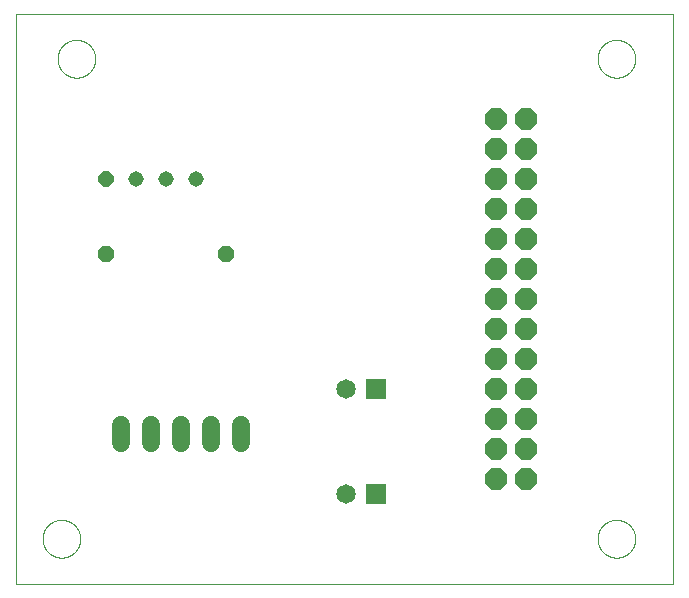
<source format=gbl>
G75*
%MOIN*%
%OFA0B0*%
%FSLAX25Y25*%
%IPPOS*%
%LPD*%
%AMOC8*
5,1,8,0,0,1.08239X$1,22.5*
%
%ADD10C,0.00000*%
%ADD11OC8,0.05150*%
%ADD12C,0.05150*%
%ADD13OC8,0.07400*%
%ADD14R,0.06500X0.06500*%
%ADD15C,0.06500*%
%ADD16OC8,0.05200*%
%ADD17C,0.06000*%
D10*
X0001000Y0001000D02*
X0001000Y0190961D01*
X0219701Y0190961D01*
X0219701Y0001000D01*
X0001000Y0001000D01*
X0009701Y0016000D02*
X0009703Y0016158D01*
X0009709Y0016316D01*
X0009719Y0016474D01*
X0009733Y0016632D01*
X0009751Y0016789D01*
X0009772Y0016946D01*
X0009798Y0017102D01*
X0009828Y0017258D01*
X0009861Y0017413D01*
X0009899Y0017566D01*
X0009940Y0017719D01*
X0009985Y0017871D01*
X0010034Y0018022D01*
X0010087Y0018171D01*
X0010143Y0018319D01*
X0010203Y0018465D01*
X0010267Y0018610D01*
X0010335Y0018753D01*
X0010406Y0018895D01*
X0010480Y0019035D01*
X0010558Y0019172D01*
X0010640Y0019308D01*
X0010724Y0019442D01*
X0010813Y0019573D01*
X0010904Y0019702D01*
X0010999Y0019829D01*
X0011096Y0019954D01*
X0011197Y0020076D01*
X0011301Y0020195D01*
X0011408Y0020312D01*
X0011518Y0020426D01*
X0011631Y0020537D01*
X0011746Y0020646D01*
X0011864Y0020751D01*
X0011985Y0020853D01*
X0012108Y0020953D01*
X0012234Y0021049D01*
X0012362Y0021142D01*
X0012492Y0021232D01*
X0012625Y0021318D01*
X0012760Y0021402D01*
X0012896Y0021481D01*
X0013035Y0021558D01*
X0013176Y0021630D01*
X0013318Y0021700D01*
X0013462Y0021765D01*
X0013608Y0021827D01*
X0013755Y0021885D01*
X0013904Y0021940D01*
X0014054Y0021991D01*
X0014205Y0022038D01*
X0014357Y0022081D01*
X0014510Y0022120D01*
X0014665Y0022156D01*
X0014820Y0022187D01*
X0014976Y0022215D01*
X0015132Y0022239D01*
X0015289Y0022259D01*
X0015447Y0022275D01*
X0015604Y0022287D01*
X0015763Y0022295D01*
X0015921Y0022299D01*
X0016079Y0022299D01*
X0016237Y0022295D01*
X0016396Y0022287D01*
X0016553Y0022275D01*
X0016711Y0022259D01*
X0016868Y0022239D01*
X0017024Y0022215D01*
X0017180Y0022187D01*
X0017335Y0022156D01*
X0017490Y0022120D01*
X0017643Y0022081D01*
X0017795Y0022038D01*
X0017946Y0021991D01*
X0018096Y0021940D01*
X0018245Y0021885D01*
X0018392Y0021827D01*
X0018538Y0021765D01*
X0018682Y0021700D01*
X0018824Y0021630D01*
X0018965Y0021558D01*
X0019104Y0021481D01*
X0019240Y0021402D01*
X0019375Y0021318D01*
X0019508Y0021232D01*
X0019638Y0021142D01*
X0019766Y0021049D01*
X0019892Y0020953D01*
X0020015Y0020853D01*
X0020136Y0020751D01*
X0020254Y0020646D01*
X0020369Y0020537D01*
X0020482Y0020426D01*
X0020592Y0020312D01*
X0020699Y0020195D01*
X0020803Y0020076D01*
X0020904Y0019954D01*
X0021001Y0019829D01*
X0021096Y0019702D01*
X0021187Y0019573D01*
X0021276Y0019442D01*
X0021360Y0019308D01*
X0021442Y0019172D01*
X0021520Y0019035D01*
X0021594Y0018895D01*
X0021665Y0018753D01*
X0021733Y0018610D01*
X0021797Y0018465D01*
X0021857Y0018319D01*
X0021913Y0018171D01*
X0021966Y0018022D01*
X0022015Y0017871D01*
X0022060Y0017719D01*
X0022101Y0017566D01*
X0022139Y0017413D01*
X0022172Y0017258D01*
X0022202Y0017102D01*
X0022228Y0016946D01*
X0022249Y0016789D01*
X0022267Y0016632D01*
X0022281Y0016474D01*
X0022291Y0016316D01*
X0022297Y0016158D01*
X0022299Y0016000D01*
X0022297Y0015842D01*
X0022291Y0015684D01*
X0022281Y0015526D01*
X0022267Y0015368D01*
X0022249Y0015211D01*
X0022228Y0015054D01*
X0022202Y0014898D01*
X0022172Y0014742D01*
X0022139Y0014587D01*
X0022101Y0014434D01*
X0022060Y0014281D01*
X0022015Y0014129D01*
X0021966Y0013978D01*
X0021913Y0013829D01*
X0021857Y0013681D01*
X0021797Y0013535D01*
X0021733Y0013390D01*
X0021665Y0013247D01*
X0021594Y0013105D01*
X0021520Y0012965D01*
X0021442Y0012828D01*
X0021360Y0012692D01*
X0021276Y0012558D01*
X0021187Y0012427D01*
X0021096Y0012298D01*
X0021001Y0012171D01*
X0020904Y0012046D01*
X0020803Y0011924D01*
X0020699Y0011805D01*
X0020592Y0011688D01*
X0020482Y0011574D01*
X0020369Y0011463D01*
X0020254Y0011354D01*
X0020136Y0011249D01*
X0020015Y0011147D01*
X0019892Y0011047D01*
X0019766Y0010951D01*
X0019638Y0010858D01*
X0019508Y0010768D01*
X0019375Y0010682D01*
X0019240Y0010598D01*
X0019104Y0010519D01*
X0018965Y0010442D01*
X0018824Y0010370D01*
X0018682Y0010300D01*
X0018538Y0010235D01*
X0018392Y0010173D01*
X0018245Y0010115D01*
X0018096Y0010060D01*
X0017946Y0010009D01*
X0017795Y0009962D01*
X0017643Y0009919D01*
X0017490Y0009880D01*
X0017335Y0009844D01*
X0017180Y0009813D01*
X0017024Y0009785D01*
X0016868Y0009761D01*
X0016711Y0009741D01*
X0016553Y0009725D01*
X0016396Y0009713D01*
X0016237Y0009705D01*
X0016079Y0009701D01*
X0015921Y0009701D01*
X0015763Y0009705D01*
X0015604Y0009713D01*
X0015447Y0009725D01*
X0015289Y0009741D01*
X0015132Y0009761D01*
X0014976Y0009785D01*
X0014820Y0009813D01*
X0014665Y0009844D01*
X0014510Y0009880D01*
X0014357Y0009919D01*
X0014205Y0009962D01*
X0014054Y0010009D01*
X0013904Y0010060D01*
X0013755Y0010115D01*
X0013608Y0010173D01*
X0013462Y0010235D01*
X0013318Y0010300D01*
X0013176Y0010370D01*
X0013035Y0010442D01*
X0012896Y0010519D01*
X0012760Y0010598D01*
X0012625Y0010682D01*
X0012492Y0010768D01*
X0012362Y0010858D01*
X0012234Y0010951D01*
X0012108Y0011047D01*
X0011985Y0011147D01*
X0011864Y0011249D01*
X0011746Y0011354D01*
X0011631Y0011463D01*
X0011518Y0011574D01*
X0011408Y0011688D01*
X0011301Y0011805D01*
X0011197Y0011924D01*
X0011096Y0012046D01*
X0010999Y0012171D01*
X0010904Y0012298D01*
X0010813Y0012427D01*
X0010724Y0012558D01*
X0010640Y0012692D01*
X0010558Y0012828D01*
X0010480Y0012965D01*
X0010406Y0013105D01*
X0010335Y0013247D01*
X0010267Y0013390D01*
X0010203Y0013535D01*
X0010143Y0013681D01*
X0010087Y0013829D01*
X0010034Y0013978D01*
X0009985Y0014129D01*
X0009940Y0014281D01*
X0009899Y0014434D01*
X0009861Y0014587D01*
X0009828Y0014742D01*
X0009798Y0014898D01*
X0009772Y0015054D01*
X0009751Y0015211D01*
X0009733Y0015368D01*
X0009719Y0015526D01*
X0009709Y0015684D01*
X0009703Y0015842D01*
X0009701Y0016000D01*
X0014701Y0176000D02*
X0014703Y0176158D01*
X0014709Y0176316D01*
X0014719Y0176474D01*
X0014733Y0176632D01*
X0014751Y0176789D01*
X0014772Y0176946D01*
X0014798Y0177102D01*
X0014828Y0177258D01*
X0014861Y0177413D01*
X0014899Y0177566D01*
X0014940Y0177719D01*
X0014985Y0177871D01*
X0015034Y0178022D01*
X0015087Y0178171D01*
X0015143Y0178319D01*
X0015203Y0178465D01*
X0015267Y0178610D01*
X0015335Y0178753D01*
X0015406Y0178895D01*
X0015480Y0179035D01*
X0015558Y0179172D01*
X0015640Y0179308D01*
X0015724Y0179442D01*
X0015813Y0179573D01*
X0015904Y0179702D01*
X0015999Y0179829D01*
X0016096Y0179954D01*
X0016197Y0180076D01*
X0016301Y0180195D01*
X0016408Y0180312D01*
X0016518Y0180426D01*
X0016631Y0180537D01*
X0016746Y0180646D01*
X0016864Y0180751D01*
X0016985Y0180853D01*
X0017108Y0180953D01*
X0017234Y0181049D01*
X0017362Y0181142D01*
X0017492Y0181232D01*
X0017625Y0181318D01*
X0017760Y0181402D01*
X0017896Y0181481D01*
X0018035Y0181558D01*
X0018176Y0181630D01*
X0018318Y0181700D01*
X0018462Y0181765D01*
X0018608Y0181827D01*
X0018755Y0181885D01*
X0018904Y0181940D01*
X0019054Y0181991D01*
X0019205Y0182038D01*
X0019357Y0182081D01*
X0019510Y0182120D01*
X0019665Y0182156D01*
X0019820Y0182187D01*
X0019976Y0182215D01*
X0020132Y0182239D01*
X0020289Y0182259D01*
X0020447Y0182275D01*
X0020604Y0182287D01*
X0020763Y0182295D01*
X0020921Y0182299D01*
X0021079Y0182299D01*
X0021237Y0182295D01*
X0021396Y0182287D01*
X0021553Y0182275D01*
X0021711Y0182259D01*
X0021868Y0182239D01*
X0022024Y0182215D01*
X0022180Y0182187D01*
X0022335Y0182156D01*
X0022490Y0182120D01*
X0022643Y0182081D01*
X0022795Y0182038D01*
X0022946Y0181991D01*
X0023096Y0181940D01*
X0023245Y0181885D01*
X0023392Y0181827D01*
X0023538Y0181765D01*
X0023682Y0181700D01*
X0023824Y0181630D01*
X0023965Y0181558D01*
X0024104Y0181481D01*
X0024240Y0181402D01*
X0024375Y0181318D01*
X0024508Y0181232D01*
X0024638Y0181142D01*
X0024766Y0181049D01*
X0024892Y0180953D01*
X0025015Y0180853D01*
X0025136Y0180751D01*
X0025254Y0180646D01*
X0025369Y0180537D01*
X0025482Y0180426D01*
X0025592Y0180312D01*
X0025699Y0180195D01*
X0025803Y0180076D01*
X0025904Y0179954D01*
X0026001Y0179829D01*
X0026096Y0179702D01*
X0026187Y0179573D01*
X0026276Y0179442D01*
X0026360Y0179308D01*
X0026442Y0179172D01*
X0026520Y0179035D01*
X0026594Y0178895D01*
X0026665Y0178753D01*
X0026733Y0178610D01*
X0026797Y0178465D01*
X0026857Y0178319D01*
X0026913Y0178171D01*
X0026966Y0178022D01*
X0027015Y0177871D01*
X0027060Y0177719D01*
X0027101Y0177566D01*
X0027139Y0177413D01*
X0027172Y0177258D01*
X0027202Y0177102D01*
X0027228Y0176946D01*
X0027249Y0176789D01*
X0027267Y0176632D01*
X0027281Y0176474D01*
X0027291Y0176316D01*
X0027297Y0176158D01*
X0027299Y0176000D01*
X0027297Y0175842D01*
X0027291Y0175684D01*
X0027281Y0175526D01*
X0027267Y0175368D01*
X0027249Y0175211D01*
X0027228Y0175054D01*
X0027202Y0174898D01*
X0027172Y0174742D01*
X0027139Y0174587D01*
X0027101Y0174434D01*
X0027060Y0174281D01*
X0027015Y0174129D01*
X0026966Y0173978D01*
X0026913Y0173829D01*
X0026857Y0173681D01*
X0026797Y0173535D01*
X0026733Y0173390D01*
X0026665Y0173247D01*
X0026594Y0173105D01*
X0026520Y0172965D01*
X0026442Y0172828D01*
X0026360Y0172692D01*
X0026276Y0172558D01*
X0026187Y0172427D01*
X0026096Y0172298D01*
X0026001Y0172171D01*
X0025904Y0172046D01*
X0025803Y0171924D01*
X0025699Y0171805D01*
X0025592Y0171688D01*
X0025482Y0171574D01*
X0025369Y0171463D01*
X0025254Y0171354D01*
X0025136Y0171249D01*
X0025015Y0171147D01*
X0024892Y0171047D01*
X0024766Y0170951D01*
X0024638Y0170858D01*
X0024508Y0170768D01*
X0024375Y0170682D01*
X0024240Y0170598D01*
X0024104Y0170519D01*
X0023965Y0170442D01*
X0023824Y0170370D01*
X0023682Y0170300D01*
X0023538Y0170235D01*
X0023392Y0170173D01*
X0023245Y0170115D01*
X0023096Y0170060D01*
X0022946Y0170009D01*
X0022795Y0169962D01*
X0022643Y0169919D01*
X0022490Y0169880D01*
X0022335Y0169844D01*
X0022180Y0169813D01*
X0022024Y0169785D01*
X0021868Y0169761D01*
X0021711Y0169741D01*
X0021553Y0169725D01*
X0021396Y0169713D01*
X0021237Y0169705D01*
X0021079Y0169701D01*
X0020921Y0169701D01*
X0020763Y0169705D01*
X0020604Y0169713D01*
X0020447Y0169725D01*
X0020289Y0169741D01*
X0020132Y0169761D01*
X0019976Y0169785D01*
X0019820Y0169813D01*
X0019665Y0169844D01*
X0019510Y0169880D01*
X0019357Y0169919D01*
X0019205Y0169962D01*
X0019054Y0170009D01*
X0018904Y0170060D01*
X0018755Y0170115D01*
X0018608Y0170173D01*
X0018462Y0170235D01*
X0018318Y0170300D01*
X0018176Y0170370D01*
X0018035Y0170442D01*
X0017896Y0170519D01*
X0017760Y0170598D01*
X0017625Y0170682D01*
X0017492Y0170768D01*
X0017362Y0170858D01*
X0017234Y0170951D01*
X0017108Y0171047D01*
X0016985Y0171147D01*
X0016864Y0171249D01*
X0016746Y0171354D01*
X0016631Y0171463D01*
X0016518Y0171574D01*
X0016408Y0171688D01*
X0016301Y0171805D01*
X0016197Y0171924D01*
X0016096Y0172046D01*
X0015999Y0172171D01*
X0015904Y0172298D01*
X0015813Y0172427D01*
X0015724Y0172558D01*
X0015640Y0172692D01*
X0015558Y0172828D01*
X0015480Y0172965D01*
X0015406Y0173105D01*
X0015335Y0173247D01*
X0015267Y0173390D01*
X0015203Y0173535D01*
X0015143Y0173681D01*
X0015087Y0173829D01*
X0015034Y0173978D01*
X0014985Y0174129D01*
X0014940Y0174281D01*
X0014899Y0174434D01*
X0014861Y0174587D01*
X0014828Y0174742D01*
X0014798Y0174898D01*
X0014772Y0175054D01*
X0014751Y0175211D01*
X0014733Y0175368D01*
X0014719Y0175526D01*
X0014709Y0175684D01*
X0014703Y0175842D01*
X0014701Y0176000D01*
X0194701Y0176000D02*
X0194703Y0176158D01*
X0194709Y0176316D01*
X0194719Y0176474D01*
X0194733Y0176632D01*
X0194751Y0176789D01*
X0194772Y0176946D01*
X0194798Y0177102D01*
X0194828Y0177258D01*
X0194861Y0177413D01*
X0194899Y0177566D01*
X0194940Y0177719D01*
X0194985Y0177871D01*
X0195034Y0178022D01*
X0195087Y0178171D01*
X0195143Y0178319D01*
X0195203Y0178465D01*
X0195267Y0178610D01*
X0195335Y0178753D01*
X0195406Y0178895D01*
X0195480Y0179035D01*
X0195558Y0179172D01*
X0195640Y0179308D01*
X0195724Y0179442D01*
X0195813Y0179573D01*
X0195904Y0179702D01*
X0195999Y0179829D01*
X0196096Y0179954D01*
X0196197Y0180076D01*
X0196301Y0180195D01*
X0196408Y0180312D01*
X0196518Y0180426D01*
X0196631Y0180537D01*
X0196746Y0180646D01*
X0196864Y0180751D01*
X0196985Y0180853D01*
X0197108Y0180953D01*
X0197234Y0181049D01*
X0197362Y0181142D01*
X0197492Y0181232D01*
X0197625Y0181318D01*
X0197760Y0181402D01*
X0197896Y0181481D01*
X0198035Y0181558D01*
X0198176Y0181630D01*
X0198318Y0181700D01*
X0198462Y0181765D01*
X0198608Y0181827D01*
X0198755Y0181885D01*
X0198904Y0181940D01*
X0199054Y0181991D01*
X0199205Y0182038D01*
X0199357Y0182081D01*
X0199510Y0182120D01*
X0199665Y0182156D01*
X0199820Y0182187D01*
X0199976Y0182215D01*
X0200132Y0182239D01*
X0200289Y0182259D01*
X0200447Y0182275D01*
X0200604Y0182287D01*
X0200763Y0182295D01*
X0200921Y0182299D01*
X0201079Y0182299D01*
X0201237Y0182295D01*
X0201396Y0182287D01*
X0201553Y0182275D01*
X0201711Y0182259D01*
X0201868Y0182239D01*
X0202024Y0182215D01*
X0202180Y0182187D01*
X0202335Y0182156D01*
X0202490Y0182120D01*
X0202643Y0182081D01*
X0202795Y0182038D01*
X0202946Y0181991D01*
X0203096Y0181940D01*
X0203245Y0181885D01*
X0203392Y0181827D01*
X0203538Y0181765D01*
X0203682Y0181700D01*
X0203824Y0181630D01*
X0203965Y0181558D01*
X0204104Y0181481D01*
X0204240Y0181402D01*
X0204375Y0181318D01*
X0204508Y0181232D01*
X0204638Y0181142D01*
X0204766Y0181049D01*
X0204892Y0180953D01*
X0205015Y0180853D01*
X0205136Y0180751D01*
X0205254Y0180646D01*
X0205369Y0180537D01*
X0205482Y0180426D01*
X0205592Y0180312D01*
X0205699Y0180195D01*
X0205803Y0180076D01*
X0205904Y0179954D01*
X0206001Y0179829D01*
X0206096Y0179702D01*
X0206187Y0179573D01*
X0206276Y0179442D01*
X0206360Y0179308D01*
X0206442Y0179172D01*
X0206520Y0179035D01*
X0206594Y0178895D01*
X0206665Y0178753D01*
X0206733Y0178610D01*
X0206797Y0178465D01*
X0206857Y0178319D01*
X0206913Y0178171D01*
X0206966Y0178022D01*
X0207015Y0177871D01*
X0207060Y0177719D01*
X0207101Y0177566D01*
X0207139Y0177413D01*
X0207172Y0177258D01*
X0207202Y0177102D01*
X0207228Y0176946D01*
X0207249Y0176789D01*
X0207267Y0176632D01*
X0207281Y0176474D01*
X0207291Y0176316D01*
X0207297Y0176158D01*
X0207299Y0176000D01*
X0207297Y0175842D01*
X0207291Y0175684D01*
X0207281Y0175526D01*
X0207267Y0175368D01*
X0207249Y0175211D01*
X0207228Y0175054D01*
X0207202Y0174898D01*
X0207172Y0174742D01*
X0207139Y0174587D01*
X0207101Y0174434D01*
X0207060Y0174281D01*
X0207015Y0174129D01*
X0206966Y0173978D01*
X0206913Y0173829D01*
X0206857Y0173681D01*
X0206797Y0173535D01*
X0206733Y0173390D01*
X0206665Y0173247D01*
X0206594Y0173105D01*
X0206520Y0172965D01*
X0206442Y0172828D01*
X0206360Y0172692D01*
X0206276Y0172558D01*
X0206187Y0172427D01*
X0206096Y0172298D01*
X0206001Y0172171D01*
X0205904Y0172046D01*
X0205803Y0171924D01*
X0205699Y0171805D01*
X0205592Y0171688D01*
X0205482Y0171574D01*
X0205369Y0171463D01*
X0205254Y0171354D01*
X0205136Y0171249D01*
X0205015Y0171147D01*
X0204892Y0171047D01*
X0204766Y0170951D01*
X0204638Y0170858D01*
X0204508Y0170768D01*
X0204375Y0170682D01*
X0204240Y0170598D01*
X0204104Y0170519D01*
X0203965Y0170442D01*
X0203824Y0170370D01*
X0203682Y0170300D01*
X0203538Y0170235D01*
X0203392Y0170173D01*
X0203245Y0170115D01*
X0203096Y0170060D01*
X0202946Y0170009D01*
X0202795Y0169962D01*
X0202643Y0169919D01*
X0202490Y0169880D01*
X0202335Y0169844D01*
X0202180Y0169813D01*
X0202024Y0169785D01*
X0201868Y0169761D01*
X0201711Y0169741D01*
X0201553Y0169725D01*
X0201396Y0169713D01*
X0201237Y0169705D01*
X0201079Y0169701D01*
X0200921Y0169701D01*
X0200763Y0169705D01*
X0200604Y0169713D01*
X0200447Y0169725D01*
X0200289Y0169741D01*
X0200132Y0169761D01*
X0199976Y0169785D01*
X0199820Y0169813D01*
X0199665Y0169844D01*
X0199510Y0169880D01*
X0199357Y0169919D01*
X0199205Y0169962D01*
X0199054Y0170009D01*
X0198904Y0170060D01*
X0198755Y0170115D01*
X0198608Y0170173D01*
X0198462Y0170235D01*
X0198318Y0170300D01*
X0198176Y0170370D01*
X0198035Y0170442D01*
X0197896Y0170519D01*
X0197760Y0170598D01*
X0197625Y0170682D01*
X0197492Y0170768D01*
X0197362Y0170858D01*
X0197234Y0170951D01*
X0197108Y0171047D01*
X0196985Y0171147D01*
X0196864Y0171249D01*
X0196746Y0171354D01*
X0196631Y0171463D01*
X0196518Y0171574D01*
X0196408Y0171688D01*
X0196301Y0171805D01*
X0196197Y0171924D01*
X0196096Y0172046D01*
X0195999Y0172171D01*
X0195904Y0172298D01*
X0195813Y0172427D01*
X0195724Y0172558D01*
X0195640Y0172692D01*
X0195558Y0172828D01*
X0195480Y0172965D01*
X0195406Y0173105D01*
X0195335Y0173247D01*
X0195267Y0173390D01*
X0195203Y0173535D01*
X0195143Y0173681D01*
X0195087Y0173829D01*
X0195034Y0173978D01*
X0194985Y0174129D01*
X0194940Y0174281D01*
X0194899Y0174434D01*
X0194861Y0174587D01*
X0194828Y0174742D01*
X0194798Y0174898D01*
X0194772Y0175054D01*
X0194751Y0175211D01*
X0194733Y0175368D01*
X0194719Y0175526D01*
X0194709Y0175684D01*
X0194703Y0175842D01*
X0194701Y0176000D01*
X0194701Y0016000D02*
X0194703Y0016158D01*
X0194709Y0016316D01*
X0194719Y0016474D01*
X0194733Y0016632D01*
X0194751Y0016789D01*
X0194772Y0016946D01*
X0194798Y0017102D01*
X0194828Y0017258D01*
X0194861Y0017413D01*
X0194899Y0017566D01*
X0194940Y0017719D01*
X0194985Y0017871D01*
X0195034Y0018022D01*
X0195087Y0018171D01*
X0195143Y0018319D01*
X0195203Y0018465D01*
X0195267Y0018610D01*
X0195335Y0018753D01*
X0195406Y0018895D01*
X0195480Y0019035D01*
X0195558Y0019172D01*
X0195640Y0019308D01*
X0195724Y0019442D01*
X0195813Y0019573D01*
X0195904Y0019702D01*
X0195999Y0019829D01*
X0196096Y0019954D01*
X0196197Y0020076D01*
X0196301Y0020195D01*
X0196408Y0020312D01*
X0196518Y0020426D01*
X0196631Y0020537D01*
X0196746Y0020646D01*
X0196864Y0020751D01*
X0196985Y0020853D01*
X0197108Y0020953D01*
X0197234Y0021049D01*
X0197362Y0021142D01*
X0197492Y0021232D01*
X0197625Y0021318D01*
X0197760Y0021402D01*
X0197896Y0021481D01*
X0198035Y0021558D01*
X0198176Y0021630D01*
X0198318Y0021700D01*
X0198462Y0021765D01*
X0198608Y0021827D01*
X0198755Y0021885D01*
X0198904Y0021940D01*
X0199054Y0021991D01*
X0199205Y0022038D01*
X0199357Y0022081D01*
X0199510Y0022120D01*
X0199665Y0022156D01*
X0199820Y0022187D01*
X0199976Y0022215D01*
X0200132Y0022239D01*
X0200289Y0022259D01*
X0200447Y0022275D01*
X0200604Y0022287D01*
X0200763Y0022295D01*
X0200921Y0022299D01*
X0201079Y0022299D01*
X0201237Y0022295D01*
X0201396Y0022287D01*
X0201553Y0022275D01*
X0201711Y0022259D01*
X0201868Y0022239D01*
X0202024Y0022215D01*
X0202180Y0022187D01*
X0202335Y0022156D01*
X0202490Y0022120D01*
X0202643Y0022081D01*
X0202795Y0022038D01*
X0202946Y0021991D01*
X0203096Y0021940D01*
X0203245Y0021885D01*
X0203392Y0021827D01*
X0203538Y0021765D01*
X0203682Y0021700D01*
X0203824Y0021630D01*
X0203965Y0021558D01*
X0204104Y0021481D01*
X0204240Y0021402D01*
X0204375Y0021318D01*
X0204508Y0021232D01*
X0204638Y0021142D01*
X0204766Y0021049D01*
X0204892Y0020953D01*
X0205015Y0020853D01*
X0205136Y0020751D01*
X0205254Y0020646D01*
X0205369Y0020537D01*
X0205482Y0020426D01*
X0205592Y0020312D01*
X0205699Y0020195D01*
X0205803Y0020076D01*
X0205904Y0019954D01*
X0206001Y0019829D01*
X0206096Y0019702D01*
X0206187Y0019573D01*
X0206276Y0019442D01*
X0206360Y0019308D01*
X0206442Y0019172D01*
X0206520Y0019035D01*
X0206594Y0018895D01*
X0206665Y0018753D01*
X0206733Y0018610D01*
X0206797Y0018465D01*
X0206857Y0018319D01*
X0206913Y0018171D01*
X0206966Y0018022D01*
X0207015Y0017871D01*
X0207060Y0017719D01*
X0207101Y0017566D01*
X0207139Y0017413D01*
X0207172Y0017258D01*
X0207202Y0017102D01*
X0207228Y0016946D01*
X0207249Y0016789D01*
X0207267Y0016632D01*
X0207281Y0016474D01*
X0207291Y0016316D01*
X0207297Y0016158D01*
X0207299Y0016000D01*
X0207297Y0015842D01*
X0207291Y0015684D01*
X0207281Y0015526D01*
X0207267Y0015368D01*
X0207249Y0015211D01*
X0207228Y0015054D01*
X0207202Y0014898D01*
X0207172Y0014742D01*
X0207139Y0014587D01*
X0207101Y0014434D01*
X0207060Y0014281D01*
X0207015Y0014129D01*
X0206966Y0013978D01*
X0206913Y0013829D01*
X0206857Y0013681D01*
X0206797Y0013535D01*
X0206733Y0013390D01*
X0206665Y0013247D01*
X0206594Y0013105D01*
X0206520Y0012965D01*
X0206442Y0012828D01*
X0206360Y0012692D01*
X0206276Y0012558D01*
X0206187Y0012427D01*
X0206096Y0012298D01*
X0206001Y0012171D01*
X0205904Y0012046D01*
X0205803Y0011924D01*
X0205699Y0011805D01*
X0205592Y0011688D01*
X0205482Y0011574D01*
X0205369Y0011463D01*
X0205254Y0011354D01*
X0205136Y0011249D01*
X0205015Y0011147D01*
X0204892Y0011047D01*
X0204766Y0010951D01*
X0204638Y0010858D01*
X0204508Y0010768D01*
X0204375Y0010682D01*
X0204240Y0010598D01*
X0204104Y0010519D01*
X0203965Y0010442D01*
X0203824Y0010370D01*
X0203682Y0010300D01*
X0203538Y0010235D01*
X0203392Y0010173D01*
X0203245Y0010115D01*
X0203096Y0010060D01*
X0202946Y0010009D01*
X0202795Y0009962D01*
X0202643Y0009919D01*
X0202490Y0009880D01*
X0202335Y0009844D01*
X0202180Y0009813D01*
X0202024Y0009785D01*
X0201868Y0009761D01*
X0201711Y0009741D01*
X0201553Y0009725D01*
X0201396Y0009713D01*
X0201237Y0009705D01*
X0201079Y0009701D01*
X0200921Y0009701D01*
X0200763Y0009705D01*
X0200604Y0009713D01*
X0200447Y0009725D01*
X0200289Y0009741D01*
X0200132Y0009761D01*
X0199976Y0009785D01*
X0199820Y0009813D01*
X0199665Y0009844D01*
X0199510Y0009880D01*
X0199357Y0009919D01*
X0199205Y0009962D01*
X0199054Y0010009D01*
X0198904Y0010060D01*
X0198755Y0010115D01*
X0198608Y0010173D01*
X0198462Y0010235D01*
X0198318Y0010300D01*
X0198176Y0010370D01*
X0198035Y0010442D01*
X0197896Y0010519D01*
X0197760Y0010598D01*
X0197625Y0010682D01*
X0197492Y0010768D01*
X0197362Y0010858D01*
X0197234Y0010951D01*
X0197108Y0011047D01*
X0196985Y0011147D01*
X0196864Y0011249D01*
X0196746Y0011354D01*
X0196631Y0011463D01*
X0196518Y0011574D01*
X0196408Y0011688D01*
X0196301Y0011805D01*
X0196197Y0011924D01*
X0196096Y0012046D01*
X0195999Y0012171D01*
X0195904Y0012298D01*
X0195813Y0012427D01*
X0195724Y0012558D01*
X0195640Y0012692D01*
X0195558Y0012828D01*
X0195480Y0012965D01*
X0195406Y0013105D01*
X0195335Y0013247D01*
X0195267Y0013390D01*
X0195203Y0013535D01*
X0195143Y0013681D01*
X0195087Y0013829D01*
X0195034Y0013978D01*
X0194985Y0014129D01*
X0194940Y0014281D01*
X0194899Y0014434D01*
X0194861Y0014587D01*
X0194828Y0014742D01*
X0194798Y0014898D01*
X0194772Y0015054D01*
X0194751Y0015211D01*
X0194733Y0015368D01*
X0194719Y0015526D01*
X0194709Y0015684D01*
X0194703Y0015842D01*
X0194701Y0016000D01*
D11*
X0031000Y0136000D03*
D12*
X0041000Y0136000D03*
X0051000Y0136000D03*
X0061000Y0136000D03*
D13*
X0161000Y0136000D03*
X0161000Y0126000D03*
X0161000Y0116000D03*
X0161000Y0106000D03*
X0161000Y0096000D03*
X0171000Y0096000D03*
X0171000Y0106000D03*
X0171000Y0116000D03*
X0171000Y0126000D03*
X0171000Y0136000D03*
X0171000Y0146000D03*
X0171000Y0156000D03*
X0161000Y0156000D03*
X0161000Y0146000D03*
X0161000Y0086000D03*
X0161000Y0076000D03*
X0161000Y0066000D03*
X0161000Y0056000D03*
X0171000Y0056000D03*
X0171000Y0066000D03*
X0171000Y0076000D03*
X0171000Y0086000D03*
X0171000Y0046000D03*
X0171000Y0036000D03*
X0161000Y0036000D03*
X0161000Y0046000D03*
D14*
X0121000Y0031000D03*
X0121000Y0066000D03*
D15*
X0111000Y0066000D03*
X0111000Y0031000D03*
D16*
X0071000Y0111000D03*
X0031000Y0111000D03*
D17*
X0036000Y0054000D02*
X0036000Y0048000D01*
X0046000Y0048000D02*
X0046000Y0054000D01*
X0056000Y0054000D02*
X0056000Y0048000D01*
X0066000Y0048000D02*
X0066000Y0054000D01*
X0076000Y0054000D02*
X0076000Y0048000D01*
M02*

</source>
